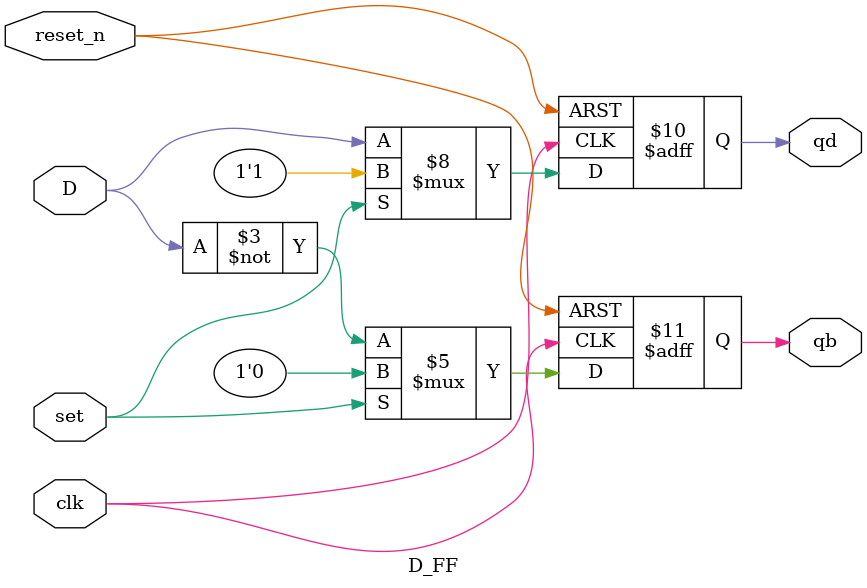
<source format=v>
`timescale 1ns / 1ps
module D_FF(D, set, reset_n, clk, qd, qb);

  input D, set, reset_n, clk;
  output reg qd, qb;
  always @(posedge clk or negedge reset_n)
    begin
        if(reset_n==0)
        begin
            qd<=1'b0;
            qb<=1'b1;
        end
        else if(set)
            begin
                qd<=1'b1;
                qb<=1'b0;
            end
            else
            begin
                qd <= D;
                qb <= ~D;
            end
        end 
endmodule

</source>
